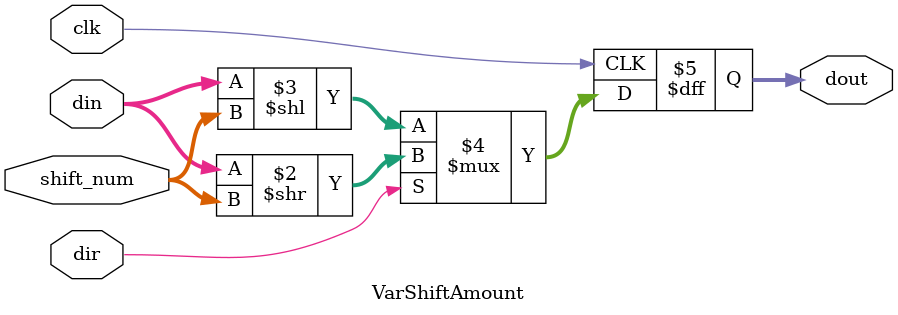
<source format=sv>
module VarShiftAmount #(parameter MAX_SHIFT=4, WIDTH=8) (
    input clk,
    input [MAX_SHIFT-1:0] shift_num,
    input dir, // 0-left 1-right
    input [WIDTH-1:0] din,
    output reg [WIDTH-1:0] dout
);
always @(posedge clk) begin
    dout <= dir ? (din >> shift_num) : 
                    (din << shift_num);
end
endmodule

</source>
